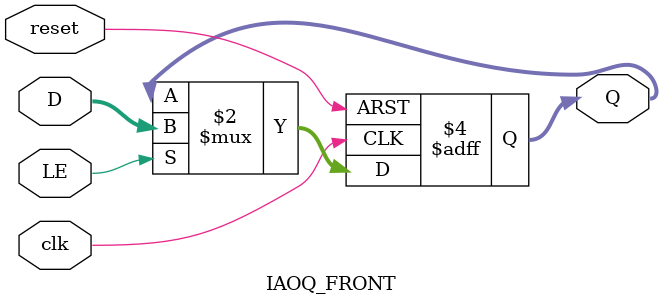
<source format=v>

module IAOQ_FRONT (
    input clk,
    input reset,
    input LE,                // Load Enable
    input [31:0] D,          // Data input
    output reg [31:0] Q      // Output (current PC value)
);

always @(posedge clk or posedge reset) begin
    if (reset)
        Q <= 32'd0; 
    else if (LE)
        Q <= D;
end
endmodule

</source>
